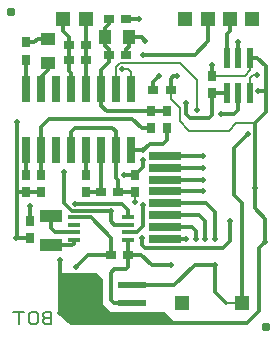
<source format=gbr>
%FSLAX23Y23*%
%MOIN*%
%ADD10C,0.008*%
%ADD11C,0.012*%
%ADD12R,0.106X0.028*%
%ADD13R,0.02X0.071*%
%ADD14C,0.004*%
%ADD15R,0.047X0.047*%
%ADD16C,0.016*%
%ADD17R,0.094X0.024*%
%ADD18R,0.043X0.016*%
%ADD19R,0.075X0.043*%
%ADD20R,0.028X0.087*%
%ADD21R,0.031X0.033*%
%ADD22R,0.033X0.031*%
%ADD23R,0.039X0.049*%
%ADD24R,0.049X0.039*%
%ADD25C,0.02*%
%ADD26C,0.031*%
%ADD27C,0.009*%
%ADD28C,0.001*%
%ADD29C,0.006*%
%ADD30C,0.005*%
%LPD*%
G36*
X-03297Y1470D02*
X-03172Y1470D01*
X-03153Y1451D01*
X-03153Y1363D01*
X-03128Y1339D01*
X-02947Y1339D01*
X-02909Y1301D01*
X-03259Y1301D01*
X-03297Y1339D01*
X-03297Y1470D01*
G37*
%LPD*%
G54D10*
X-02945Y1821D02*
X-02945Y1820D01*
G54D11*
X-03110Y1879D02*
X-03110Y1788D01*
G54D11*
X-03103Y1741D02*
X-03103Y1781D01*
G54D11*
X-03103Y1781D02*
X-03110Y1788D01*
G54D11*
X-03210Y1879D02*
X-03210Y1798D01*
G54D11*
X-03210Y1741D02*
X-03160Y1741D01*
G54D11*
X-03248Y1954D02*
X-03260Y1941D01*
G54D11*
X-03260Y1879D02*
X-03260Y1941D01*
G54D11*
X-03110Y1943D02*
X-03122Y1954D01*
G54D11*
X-03122Y1954D02*
X-03248Y1954D01*
G54D11*
X-03110Y1879D02*
X-03110Y1943D01*
G54D11*
X-03410Y1879D02*
X-03409Y1798D01*
G54D11*
X-03360Y1879D02*
X-03360Y1798D01*
G54D11*
X-03332Y1983D02*
X-03360Y1956D01*
G54D11*
X-03360Y1879D02*
X-03360Y1956D01*
G54D11*
X-03024Y1952D02*
X-03056Y1983D01*
G54D11*
X-03332Y1983D02*
X-03056Y1983D01*
G54D11*
X-03024Y1952D02*
X-02993Y1952D01*
G54D11*
X-03160Y2028D02*
X-03141Y2009D01*
G54D11*
X-03141Y2009D02*
X-02993Y2009D01*
G54D11*
X-03160Y2083D02*
X-03160Y2028D01*
G54D11*
X-03410Y2083D02*
X-03410Y2181D01*
G54D11*
X-03267Y2179D02*
X-03267Y2229D01*
G54D11*
X-03210Y2179D02*
X-03210Y2229D01*
G54D11*
X-03210Y2083D02*
X-03210Y2179D01*
G54D11*
X-03260Y2083D02*
X-03260Y2135D01*
G54D11*
X-03267Y2179D02*
X-03267Y2142D01*
G54D11*
X-03260Y2135D02*
X-03267Y2142D01*
G54D11*
X-03133Y2173D02*
X-03160Y2146D01*
G54D11*
X-03133Y2173D02*
X-03133Y2198D01*
G54D11*
X-03160Y2083D02*
X-03160Y2146D01*
G54D11*
X-02993Y2009D02*
X-02939Y2009D01*
G54D11*
X-03409Y1741D02*
X-03360Y1741D01*
G54D11*
X-03160Y1879D02*
X-03160Y1741D01*
G54D11*
X-03133Y2198D02*
X-03133Y2215D01*
G54D11*
X-03146Y2256D02*
X-03146Y2228D01*
G54D11*
X-03133Y2215D02*
X-03146Y2228D01*
G54D11*
X-03076Y2198D02*
X-03076Y2215D01*
G54D11*
X-03067Y2256D02*
X-03067Y2224D01*
G54D11*
X-03076Y2215D02*
X-03067Y2224D01*
G54D11*
X-03146Y2286D02*
X-03133Y2299D01*
G54D11*
X-03146Y2256D02*
X-03146Y2286D01*
G54D11*
X-03133Y2315D02*
X-03133Y2299D01*
G54D11*
X-03337Y2146D02*
X-03360Y2124D01*
G54D11*
X-03360Y2083D02*
X-03360Y2124D01*
G54D11*
X-03337Y2171D02*
X-03337Y2146D01*
G54D11*
X-03382Y2239D02*
X-03371Y2250D01*
G54D11*
X-03410Y2239D02*
X-03382Y2239D01*
G54D11*
X-03337Y2250D02*
X-03371Y2250D01*
G54D11*
X-03245Y1700D02*
X-03089Y1700D01*
G54D11*
X-03089Y1700D02*
X-03069Y1680D01*
G54D11*
X-03069Y1657D02*
X-03069Y1680D01*
G54D11*
X-03045Y1798D02*
X-03083Y1798D01*
G54D10*
X-03045Y1706D02*
X-03045Y1741D01*
G54D11*
X-03441Y1972D02*
X-03441Y1741D01*
G54D11*
X-03409Y1741D02*
X-03441Y1741D01*
G54D11*
X-02945Y1584D02*
X-02876Y1584D01*
G54D11*
X-02945Y1624D02*
X-02856Y1624D01*
G54D11*
X-02844Y1584D02*
X-02844Y1611D01*
G54D11*
X-02844Y1611D02*
X-02856Y1624D01*
G54D11*
X-02813Y1643D02*
X-02833Y1663D01*
G54D10*
X-02813Y1584D02*
X-02813Y1587D01*
G54D11*
X-02945Y1663D02*
X-02833Y1663D01*
G54D11*
X-02813Y1587D02*
X-02813Y1643D01*
G54D11*
X-02781Y1674D02*
X-02810Y1702D01*
G54D11*
X-02945Y1702D02*
X-02810Y1702D01*
G54D11*
X-02781Y1584D02*
X-02781Y1674D01*
G54D11*
X-02945Y1742D02*
X-02819Y1742D01*
G54D11*
X-02945Y1781D02*
X-02819Y1781D01*
G54D11*
X-02945Y1820D02*
X-02819Y1820D01*
G54D11*
X-02945Y1860D02*
X-02819Y1860D01*
G54D11*
X-03069Y1579D02*
X-03069Y1531D01*
G54D11*
X-03128Y1381D02*
X-03128Y1471D01*
G54D11*
X-03069Y1531D02*
X-03069Y1490D01*
G54D11*
X-03056Y1370D02*
X-03116Y1370D01*
G54D11*
X-03116Y1370D02*
X-03128Y1381D01*
G54D11*
X-03116Y1482D02*
X-03128Y1471D01*
G54D11*
X-03069Y1490D02*
X-03077Y1482D01*
G54D11*
X-03077Y1482D02*
X-03116Y1482D01*
G54D11*
X-03040Y1606D02*
X-03019Y1626D01*
G54D11*
X-03040Y1606D02*
X-03069Y1606D01*
G54D11*
X-03019Y1698D02*
X-03019Y1626D01*
G54D11*
X-03060Y1879D02*
X-03020Y1879D01*
G54D11*
X-02939Y1914D02*
X-02939Y1952D01*
G54D11*
X-03020Y1879D02*
X-02998Y1901D01*
G54D11*
X-02953Y1901D02*
X-02939Y1914D01*
G54D11*
X-02998Y1901D02*
X-02953Y1901D01*
G54D10*
X-03060Y2083D02*
X-03060Y2141D01*
G54D10*
X-03069Y2151D02*
X-03060Y2141D01*
G54D10*
X-03089Y2151D02*
X-03069Y2151D01*
G54D11*
X-02967Y2125D02*
X-02985Y2106D01*
G54D11*
X-02985Y2081D02*
X-02985Y2106D01*
G54D11*
X-02928Y2081D02*
X-02928Y2117D01*
G54D11*
X-02907Y2125D02*
X-02920Y2125D01*
G54D11*
X-02928Y2117D02*
X-02920Y2125D01*
G54D10*
X-02840Y2114D02*
X-02896Y2170D01*
G54D10*
X-02840Y2012D02*
X-02840Y2114D01*
G54D10*
X-03110Y2158D02*
X-03098Y2170D01*
G54D10*
X-03098Y2170D02*
X-02896Y2170D01*
G54D10*
X-03110Y2083D02*
X-03110Y2158D01*
G54D11*
X-02741Y2069D02*
X-02791Y2069D01*
G54D11*
X-02801Y1988D02*
X-02791Y1998D01*
G54D11*
X-02791Y2069D02*
X-02791Y1998D01*
G54D11*
X-02876Y2037D02*
X-02876Y2000D01*
G54D11*
X-02876Y2000D02*
X-02864Y1988D01*
G54D11*
X-02864Y1988D02*
X-02801Y1988D01*
G54D11*
X-02702Y2187D02*
X-02702Y2240D01*
G54D10*
X-02653Y2129D02*
X-02662Y2120D01*
G54D10*
X-02653Y2129D02*
X-02639Y2129D01*
G54D10*
X-02662Y2069D02*
X-02662Y2120D01*
G54D11*
X-02715Y2001D02*
X-02702Y2014D01*
G54D11*
X-02759Y2001D02*
X-02715Y2001D01*
G54D11*
X-02702Y2069D02*
X-02702Y2014D01*
G54D11*
X-03022Y1562D02*
X-03013Y1553D01*
G54D11*
X-03022Y1587D02*
X-03022Y1562D01*
G54D11*
X-02752Y1553D02*
X-02729Y1576D01*
G54D11*
X-03013Y1553D02*
X-02752Y1553D01*
G54D11*
X-02729Y1576D02*
X-02729Y1644D01*
G54D11*
X-02847Y1497D02*
X-02781Y1497D01*
G54D11*
X-03056Y1429D02*
X-02915Y1429D01*
G54D11*
X-02915Y1429D02*
X-02847Y1497D01*
G54D11*
X-02781Y1497D02*
X-02781Y1406D01*
G54D10*
X-02690Y1369D02*
X-02744Y1369D01*
G54D11*
X-02744Y1369D02*
X-02781Y1406D01*
G54D10*
X-02662Y2187D02*
X-02662Y2145D01*
G54D10*
X-02791Y2126D02*
X-02681Y2126D01*
G54D10*
X-02662Y2145D02*
X-02681Y2126D01*
G54D11*
X-02928Y1496D02*
X-02991Y1496D01*
G54D11*
X-03069Y1531D02*
X-03026Y1531D01*
G54D11*
X-03026Y1531D02*
X-02991Y1496D01*
G54D11*
X-02847Y2198D02*
X-02803Y2242D01*
G54D11*
X-02847Y2198D02*
X-03019Y2198D01*
G54D11*
X-02803Y2315D02*
X-02803Y2242D01*
G54D11*
X-03210Y2229D02*
X-03209Y2315D01*
G54D11*
X-03267Y2229D02*
X-03267Y2257D01*
G54D11*
X-03286Y2315D02*
X-03286Y2277D01*
G54D11*
X-03267Y2257D02*
X-03286Y2277D01*
G54D11*
X-02741Y2187D02*
X-02741Y2265D01*
G54D11*
X-02729Y2315D02*
X-02729Y2277D01*
G54D11*
X-02729Y2277D02*
X-02741Y2265D01*
G54D11*
X-03395Y1692D02*
X-03395Y1642D01*
G54D11*
X-03395Y1585D02*
X-03441Y1585D01*
G54D11*
X-03441Y1740D02*
X-03441Y1585D01*
G54D11*
X-03250Y1605D02*
X-03312Y1605D01*
G54D11*
X-03328Y1661D02*
X-03328Y1621D01*
G54D11*
X-03312Y1605D02*
X-03328Y1621D01*
G54D11*
X-03250Y1656D02*
X-03194Y1656D01*
G54D11*
X-03126Y1531D02*
X-03126Y1588D01*
G54D11*
X-03194Y1656D02*
X-03126Y1588D01*
G54D11*
X-03203Y1531D02*
X-03244Y1490D01*
G54D11*
X-03126Y1531D02*
X-03203Y1531D01*
G54D11*
X-02633Y1342D02*
X-02633Y1552D01*
G54D11*
X-02613Y1572D02*
X-02633Y1552D01*
G54D11*
X-02673Y1302D02*
X-03261Y1302D01*
G54D11*
X-02633Y1342D02*
X-02673Y1302D01*
G54D11*
X-03296Y1337D02*
X-03296Y1514D01*
G54D11*
X-03261Y1302D02*
X-03296Y1337D01*
G54D11*
X-02647Y1752D02*
X-02647Y1685D01*
G54D11*
X-02613Y1572D02*
X-02613Y1651D01*
G54D11*
X-02613Y1651D02*
X-02647Y1685D01*
G54D11*
X-02647Y1969D02*
X-02611Y2005D01*
G54D11*
X-02647Y1969D02*
X-02647Y1752D01*
G54D11*
X-02611Y2159D02*
X-02639Y2187D01*
G54D11*
X-02611Y2159D02*
X-02611Y2005D01*
G54D11*
X-02662Y2187D02*
X-02639Y2187D01*
G54D11*
X-02690Y1703D02*
X-02718Y1731D01*
G54D11*
X-02690Y1369D02*
X-02690Y1703D01*
G54D11*
X-02718Y1887D02*
X-02671Y1934D01*
G54D11*
X-02718Y1731D02*
X-02718Y1887D01*
G54D11*
X-02791Y2126D02*
X-02791Y2164D01*
G54D10*
X-02928Y2050D02*
X-02898Y2020D01*
G54D10*
X-02928Y2081D02*
X-02928Y2050D01*
G54D10*
X-02898Y1975D02*
X-02867Y1944D01*
G54D10*
X-02709Y1969D02*
X-02733Y1944D01*
G54D10*
X-02867Y1944D02*
X-02733Y1944D01*
G54D10*
X-02709Y1969D02*
X-02648Y1969D01*
G54D10*
X-02898Y2020D02*
X-02898Y1975D01*
G54D11*
X-03250Y1568D02*
X-03256Y1562D01*
G54D11*
X-03328Y1562D02*
X-03256Y1562D01*
G54D11*
X-03250Y1579D02*
X-03250Y1568D01*
G54D11*
X-02637Y2075D02*
X-02613Y2075D01*
G54D11*
X-03024Y2256D02*
X-03012Y2244D01*
G54D11*
X-03067Y2256D02*
X-03024Y2256D01*
G54D11*
X-03076Y2315D02*
X-03032Y2315D01*
G54D11*
X-03103Y1741D02*
X-03045Y1741D01*
G54D11*
X-03045Y1798D02*
X-03020Y1823D01*
G54D11*
X-03020Y1847D02*
X-03020Y1823D01*
G54D11*
X-03283Y1806D02*
X-03283Y1703D01*
G54D11*
X-03283Y1703D02*
X-03256Y1676D01*
G54D11*
X-03126Y1676D02*
X-03256Y1676D01*
G54D11*
X-03126Y1643D02*
X-03115Y1631D01*
G54D11*
X-03069Y1631D02*
X-03115Y1631D01*
G54D11*
X-03126Y1676D02*
X-03126Y1643D01*
G54D12*
X-02945Y1860D03*
G54D12*
X-02945Y1820D03*
G54D12*
X-02945Y1781D03*
G54D12*
X-02945Y1742D03*
G54D12*
X-02945Y1702D03*
G54D12*
X-02945Y1663D03*
G54D12*
X-02945Y1624D03*
G54D12*
X-02945Y1584D03*
G54D13*
X-02662Y2069D03*
G54D13*
X-02702Y2069D03*
G54D13*
X-02741Y2069D03*
G54D13*
X-02662Y2187D03*
G54D13*
X-02702Y2187D03*
G54D13*
X-02741Y2187D03*
G54D15*
X-02879Y2315D03*
G54D15*
X-02803Y2315D03*
G54D15*
X-02729Y2315D03*
G54D15*
X-02656Y2315D03*
G54D15*
X-02889Y1369D03*
G54D15*
X-02690Y1369D03*
G54D17*
X-03056Y1429D03*
G54D17*
X-03056Y1370D03*
G54D18*
X-03250Y1579D03*
G54D18*
X-03250Y1605D03*
G54D18*
X-03250Y1630D03*
G54D18*
X-03250Y1656D03*
G54D18*
X-03069Y1631D03*
G54D18*
X-03069Y1606D03*
G54D18*
X-03069Y1579D03*
G54D18*
X-03069Y1657D03*
G54D19*
X-03328Y1661D03*
G54D19*
X-03328Y1562D03*
G54D20*
X-03210Y1879D03*
G54D20*
X-03160Y1879D03*
G54D20*
X-03110Y1879D03*
G54D20*
X-03060Y1879D03*
G54D20*
X-03210Y2083D03*
G54D20*
X-03160Y2083D03*
G54D20*
X-03110Y2083D03*
G54D20*
X-03060Y2083D03*
G54D20*
X-03260Y1879D03*
G54D20*
X-03310Y1879D03*
G54D20*
X-03360Y1879D03*
G54D20*
X-03360Y2083D03*
G54D20*
X-03310Y2083D03*
G54D20*
X-03260Y2083D03*
G54D20*
X-03410Y1879D03*
G54D20*
X-03410Y2083D03*
G54D21*
X-02993Y1952D03*
G54D21*
X-02993Y2009D03*
G54D21*
X-02939Y1952D03*
G54D21*
X-02939Y2009D03*
G54D22*
X-03133Y2315D03*
G54D22*
X-03076Y2315D03*
G54D21*
X-03409Y1741D03*
G54D21*
X-03409Y1798D03*
G54D22*
X-03267Y2179D03*
G54D22*
X-03210Y2179D03*
G54D22*
X-03133Y2198D03*
G54D22*
X-03076Y2198D03*
G54D22*
X-03267Y2229D03*
G54D22*
X-03210Y2229D03*
G54D22*
X-03160Y1741D03*
G54D22*
X-03103Y1741D03*
G54D21*
X-03210Y1798D03*
G54D21*
X-03210Y1741D03*
G54D21*
X-03360Y1741D03*
G54D21*
X-03360Y1798D03*
G54D21*
X-03410Y2181D03*
G54D21*
X-03410Y2239D03*
G54D23*
X-03146Y2256D03*
G54D23*
X-03067Y2256D03*
G54D24*
X-03337Y2171D03*
G54D24*
X-03337Y2250D03*
G54D15*
X-03286Y2315D03*
G54D15*
X-03209Y2315D03*
G54D21*
X-03045Y1741D03*
G54D21*
X-03045Y1798D03*
G54D21*
X-03395Y1585D03*
G54D21*
X-03395Y1642D03*
G54D22*
X-03126Y1531D03*
G54D22*
X-03069Y1531D03*
G54D22*
X-02985Y2081D03*
G54D22*
X-02928Y2081D03*
G54D21*
X-02791Y2069D03*
G54D21*
X-02791Y2126D03*
G54D25*
X-02729Y1644D03*
G54D26*
X-03459Y2339D03*
G54D26*
X-02609Y1289D03*
G54D25*
X-03245Y1700D03*
G54D25*
X-03283Y1806D03*
G54D25*
X-03083Y1798D03*
G54D25*
X-03045Y1706D03*
G54D25*
X-03441Y1972D03*
G54D25*
X-02844Y1584D03*
G54D25*
X-02813Y1584D03*
G54D25*
X-02781Y1584D03*
G54D25*
X-02819Y1742D03*
G54D25*
X-02819Y1781D03*
G54D25*
X-02819Y1820D03*
G54D25*
X-02819Y1860D03*
G54D25*
X-03019Y1698D03*
G54D25*
X-03020Y1879D03*
G54D25*
X-03089Y2151D03*
G54D25*
X-02967Y2125D03*
G54D25*
X-02907Y2125D03*
G54D25*
X-02840Y2012D03*
G54D25*
X-02876Y2037D03*
G54D25*
X-02702Y2240D03*
G54D25*
X-02639Y2129D03*
G54D25*
X-02759Y2001D03*
G54D25*
X-03022Y1587D03*
G54D25*
X-02781Y1497D03*
G54D25*
X-02928Y1496D03*
G54D25*
X-03019Y2198D03*
G54D25*
X-02876Y1584D03*
G54D25*
X-03395Y1692D03*
G54D25*
X-03443Y1585D03*
G54D25*
X-03244Y1490D03*
G54D25*
X-02613Y1572D03*
G54D25*
X-03296Y1514D03*
G54D25*
X-02647Y1752D03*
G54D25*
X-02671Y1934D03*
G54D25*
X-02791Y2164D03*
G54D25*
X-03296Y1337D03*
G54D25*
X-02637Y2075D03*
G54D25*
X-03012Y2244D03*
G54D25*
X-03032Y2315D03*
G54D25*
X-03020Y1847D03*
G54D25*
X-03126Y1676D03*
G54D29*
X-03328Y1341D02*
X-03328Y1301D01*
G54D29*
X-03328Y1341D02*
X-03346Y1341D01*
G54D29*
X-03346Y1341D02*
X-03352Y1334D01*
G54D29*
X-03352Y1334D02*
X-03352Y1328D01*
G54D29*
X-03352Y1328D02*
X-03346Y1321D01*
G54D29*
X-03346Y1321D02*
X-03328Y1321D01*
G54D29*
X-03346Y1321D02*
X-03352Y1314D01*
G54D29*
X-03352Y1314D02*
X-03352Y1307D01*
G54D29*
X-03352Y1307D02*
X-03346Y1301D01*
G54D29*
X-03346Y1301D02*
X-03328Y1301D01*
G54D29*
X-03375Y1341D02*
X-03369Y1334D01*
G54D29*
X-03369Y1334D02*
X-03369Y1307D01*
G54D29*
X-03369Y1307D02*
X-03375Y1301D01*
G54D29*
X-03375Y1301D02*
X-03393Y1301D01*
G54D29*
X-03393Y1301D02*
X-03399Y1307D01*
G54D29*
X-03399Y1307D02*
X-03399Y1334D01*
G54D29*
X-03399Y1334D02*
X-03393Y1341D01*
G54D29*
X-03393Y1341D02*
X-03375Y1341D01*
G54D29*
X-03417Y1341D02*
X-03452Y1341D01*
G54D29*
X-03434Y1341D02*
X-03434Y1301D01*
M02*

</source>
